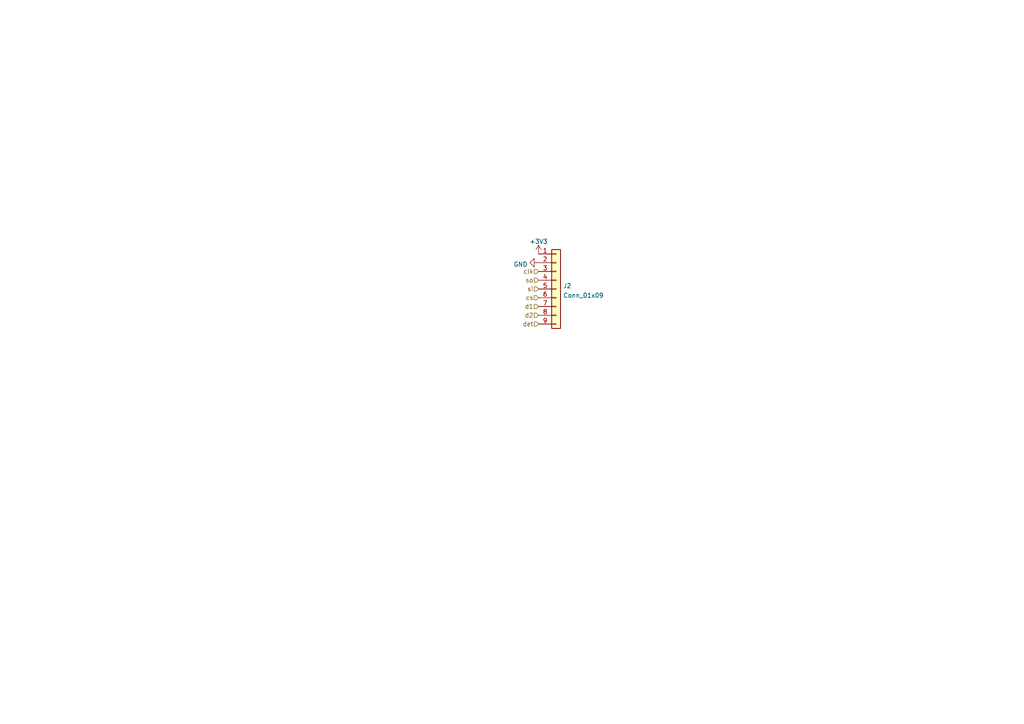
<source format=kicad_sch>
(kicad_sch (version 20211123) (generator eeschema)
  (paper "A4")
  (lib_symbols
    (symbol "Connector_Generic:Conn_01x09" (pin_names (offset 1.016) hide)
      (property "Reference" "J" (at 0 12.7 0))
      (property "Value" "Conn_01x09" (at 0 -12.7 0))
      (symbol "Conn_01x09_1_1"
        (rectangle (start -1.27 -10.033) (end 0 -10.287) (stroke (width 0.1524)))
        (rectangle (start -1.27 -7.493) (end 0 -7.747) (stroke (width 0.1524)))
        (rectangle (start -1.27 -4.953) (end 0 -5.207) (stroke (width 0.1524)))
        (rectangle (start -1.27 -2.413) (end 0 -2.667) (stroke (width 0.1524)))
        (rectangle (start -1.27 0.127) (end 0 -0.127) (stroke (width 0.1524)))
        (rectangle (start -1.27 2.667) (end 0 2.413) (stroke (width 0.1524)))
        (rectangle (start -1.27 5.207) (end 0 4.953) (stroke (width 0.1524)))
        (rectangle (start -1.27 7.747) (end 0 7.493) (stroke (width 0.1524)))
        (rectangle (start -1.27 10.287) (end 0 10.033) (stroke (width 0.1524)))
        (rectangle (start -1.27 11.43) (end 1.27 -11.43) (stroke (width 0.254)) (fill (type background)))
        (pin passive line (at -5.08 10.16 0) (length 3.81) (name "Pin_1") (number "1"))
        (pin passive line (at -5.08 7.62 0) (length 3.81) (name "Pin_2") (number "2"))
        (pin passive line (at -5.08 5.08 0) (length 3.81) (name "Pin_3") (number "3"))
        (pin passive line (at -5.08 2.54 0) (length 3.81) (name "Pin_4") (number "4"))
        (pin passive line (at -5.08 0 0) (length 3.81) (name "Pin_5") (number "5"))
        (pin passive line (at -5.08 -2.54 0) (length 3.81) (name "Pin_6") (number "6"))
        (pin passive line (at -5.08 -5.08 0) (length 3.81) (name "Pin_7") (number "7"))
        (pin passive line (at -5.08 -7.62 0) (length 3.81) (name "Pin_8") (number "8"))
        (pin passive line (at -5.08 -10.16 0) (length 3.81) (name "Pin_9") (number "9"))
      )
    )
    (symbol "power:+3V3" (power) (pin_names (offset 0))
      (property "Value" "+3V3" (at 0 3.556 0))
      (symbol "+3V3_0_1"
        (polyline (pts (xy -0.762 1.27) (xy 0 2.54)))
        (polyline (pts (xy 0 0) (xy 0 2.54)))
        (polyline (pts (xy 0 2.54) (xy 0.762 1.27)))
      )
      (symbol "+3V3_1_1"
        (pin power_in line (at 0 0 90) (length 0) hide (name "+3V3") (number "1"))
      )
    )
    (symbol "power:GND" (power) (pin_names (offset 0))
      (property "Value" "GND" (at 0 -3.81 0))
      (symbol "GND_0_1"
        (polyline (pts (xy 0 0) (xy 0 -1.27) (xy 1.27 -1.27) (xy 0 -2.54) (xy -1.27 -1.27) (xy 0 -1.27)))
      )
      (symbol "GND_1_1"
        (pin power_in line (at 0 0 270) (length 0) hide (name "GND") (number "1"))
      )
    )
  )
  (hierarchical_label "cs" (shape input) (at 156.21 86.36 180))
  (hierarchical_label "so" (shape input) (at 156.21 81.28 180))
  (hierarchical_label "d1" (shape input) (at 156.21 88.9 180))
  (hierarchical_label "si" (shape input) (at 156.21 83.82 180))
  (hierarchical_label "d2" (shape input) (at 156.21 91.44 180))
  (hierarchical_label "det" (shape input) (at 156.21 93.98 180))
  (hierarchical_label "clk" (shape input) (at 156.21 78.74 180))
  (symbol (lib_id "Connector_Generic:Conn_01x09") (at 161.29 83.82 0) (unit 1)
    (property "Reference" "J2" (at 163.322 82.9115 0) (effects (justify left)))
    (property "Value" "Conn_01x09" (at 163.322 85.6866 0) (effects (justify left)))
    (property "Footprint" "Connector_PinHeader_2.54mm:PinHeader_1x09_P2.54mm_Vertical" (effects hide))
  )
  (symbol (lib_id "power:+3V3") (at 156.21 73.66 0) (unit 1)
    (property "Reference" "#PWR0106" (effects hide))
    (property "Value" "+3V3" (at 156.21 70.0555 0))
  )
  (symbol (lib_id "power:GND") (at 156.21 76.2 270) (unit 1)
    (property "Reference" "#PWR0107" (effects hide))
    (property "Value" "GND" (at 153.0351 76.679 90) (effects (justify right)))
  )
)
</source>
